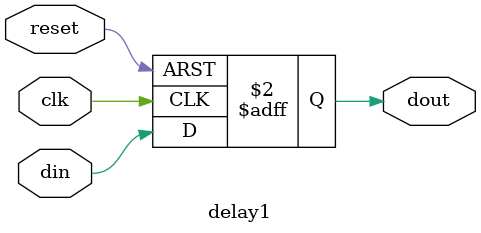
<source format=v>
`timescale 1ns / 1ps


module delay1(
    input clk,
    input din,
    output reg dout,
    input reset
    );
    always@(posedge clk or posedge reset)
    begin
    if(reset)
     dout<=0;
     else
       dout<=din;
    end
endmodule

</source>
